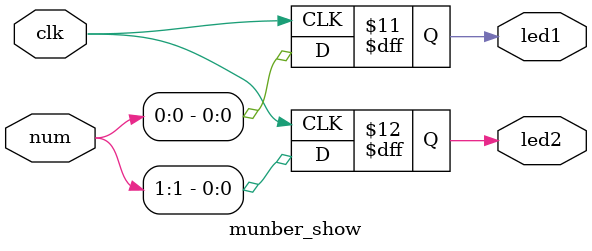
<source format=v>
`timescale 1ns / 1ps


module munber_show(
    input clk,
    input [3:0] num,
    output reg led1,
    output reg led2
    );
    
    always@(posedge clk) begin
        led1 <= num[0];
        led2 <= num[1];
        end

wire [11:0] percent;
assign percent = 100*(num[3:2]); 
reg [10:0] cnt = 0; 
   always@(posedge clk) begin
        if(cnt == 1000) cnt<=0;
        else cnt <= cnt+1;end

/* ·­À´¸²È¥ÕâÀï¾ÍÊÇ¹ý²»ÁËÊµÏÖ......¸É´à×¢ÊÍµôËãÁË */   
/*    always@(posedge clk) begin
        if(cnt <=percent)
            rgb <= 1;
        else
            rgb <= 0;
        end 
*/

endmodule

</source>
